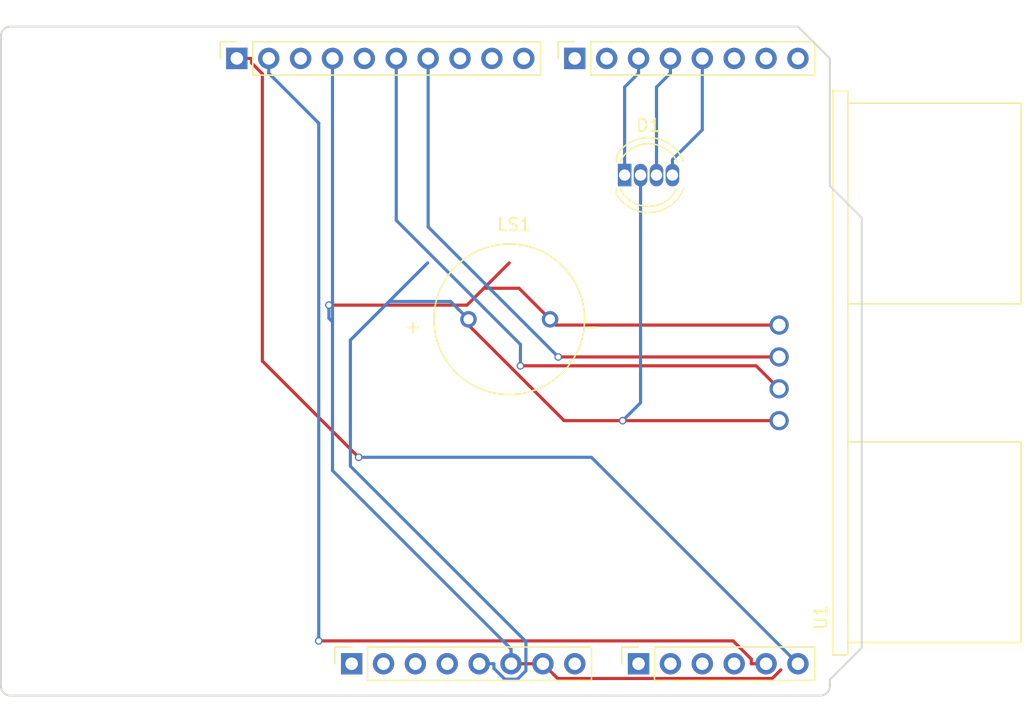
<source format=kicad_pcb>
(kicad_pcb (version 20241229) (generator "pcbnew") (generator_version "9.0")
  (title_block (date "mar. 31 mars 2015"))
  (layers (0 "F.Cu" signal) (2 "B.Cu" signal) (13 "F.Paste" user) (15 "B.Paste" user) (5 "F.SilkS" user "F.Silkscreen") (7 "B.SilkS" user "B.Silkscreen") (1 "F.Mask" user) (3 "B.Mask" user) (25 "Edge.Cuts" user))
  (net 0 "")
  (net 1 "GND")
  (net 3 "+5V")
  (net 4 "/IOREF")
  (net 5 "/A0")
  (net 6 "/A1")
  (net 7 "/A2")
  (net 8 "/A3")
  (net 9 "/SDA{slash}A4")
  (net 10 "/SCL{slash}A5")
  (net 11 "/13")
  (net 12 "/12")
  (net 13 "/AREF")
  (net 14 "/8")
  (net 15 "/7")
  (net 16 "/*11")
  (net 17 "/*10")
  (net 18 "/*9")
  (net 19 "/4")
  (net 20 "/2")
  (net 21 "/*6")
  (net 22 "/*5")
  (net 23 "/TX{slash}1")
  (net 24 "/*3")
  (net 25 "/RX{slash}0")
  (net 26 "+3V3")
  (net 27 "VCC")
  (net 28 "/~{RESET}")
  (footprint "Connector_PinSocket_2.54mm:PinSocket_1x08_P2.54mm_Vertical" (layer "F.Cu") (at 127.94 97.46 90)
    (property "Reference" "J1" (hide yes))
    (property "Value" "Power")
    (fp_line (start 1.33 -1.33) (end 1.33 0) (stroke (width 0.12)) (layer "F.SilkS"))
    (fp_line (start 0 -1.33) (end 1.33 -1.33) (stroke (width 0.12)) (layer "F.SilkS"))
    (fp_line (start 1.33 1.27) (end 1.33 19.11) (stroke (width 0.12)) (layer "F.SilkS"))
    (fp_line (start -1.33 1.27) (end 1.33 1.27) (stroke (width 0.12)) (layer "F.SilkS"))
    (fp_line (start -1.33 1.27) (end -1.33 19.11) (stroke (width 0.12)) (layer "F.SilkS"))
    (fp_line (start -1.33 19.11) (end 1.33 19.11) (stroke (width 0.12)) (layer "F.SilkS"))
    (pad "1" thru_hole rect (at 0 0 90) (size 1.7 1.7) (drill 1) (layers "*.Cu" "*.Mask"))
    (pad "2" thru_hole oval (at 0 2.54 90) (size 1.7 1.7) (drill 1) (layers "*.Cu" "*.Mask") (net 4 "/IOREF"))
    (pad "3" thru_hole oval (at 0 5.08 90) (size 1.7 1.7) (drill 1) (layers "*.Cu" "*.Mask") (net 28 "/~{RESET}"))
    (pad "4" thru_hole oval (at 0 7.62 90) (size 1.7 1.7) (drill 1) (layers "*.Cu" "*.Mask") (net 26 "+3V3"))
    (pad "5" thru_hole oval (at 0 10.16 90) (size 1.7 1.7) (drill 1) (layers "*.Cu" "*.Mask") (net 3 "+5V"))
    (pad "6" thru_hole oval (at 0 12.7 90) (size 1.7 1.7) (drill 1) (layers "*.Cu" "*.Mask") (net 1 "GND"))
    (pad "7" thru_hole oval (at 0 15.24 90) (size 1.7 1.7) (drill 1) (layers "*.Cu" "*.Mask") (net 1 "GND"))
    (pad "8" thru_hole oval (at 0 17.78 90) (size 1.7 1.7) (drill 1) (layers "*.Cu" "*.Mask") (net 27 "VCC"))
  )
  (footprint "Connector_PinSocket_2.54mm:PinSocket_1x06_P2.54mm_Vertical" (layer "F.Cu") (at 150.8 97.46 90)
    (property "Reference" "J3" (hide yes))
    (property "Value" "Analog")
    (fp_line (start 1.33 -1.33) (end 1.33 0) (stroke (width 0.12)) (layer "F.SilkS"))
    (fp_line (start 0 -1.33) (end 1.33 -1.33) (stroke (width 0.12)) (layer "F.SilkS"))
    (fp_line (start 1.33 1.27) (end 1.33 14.03) (stroke (width 0.12)) (layer "F.SilkS"))
    (fp_line (start -1.33 1.27) (end 1.33 1.27) (stroke (width 0.12)) (layer "F.SilkS"))
    (fp_line (start -1.33 1.27) (end -1.33 14.03) (stroke (width 0.12)) (layer "F.SilkS"))
    (fp_line (start -1.33 14.03) (end 1.33 14.03) (stroke (width 0.12)) (layer "F.SilkS"))
    (pad "1" thru_hole rect (at 0 0 90) (size 1.7 1.7) (drill 1) (layers "*.Cu" "*.Mask") (net 5 "/A0"))
    (pad "2" thru_hole oval (at 0 2.54 90) (size 1.7 1.7) (drill 1) (layers "*.Cu" "*.Mask") (net 6 "/A1"))
    (pad "3" thru_hole oval (at 0 5.08 90) (size 1.7 1.7) (drill 1) (layers "*.Cu" "*.Mask") (net 7 "/A2"))
    (pad "4" thru_hole oval (at 0 7.62 90) (size 1.7 1.7) (drill 1) (layers "*.Cu" "*.Mask") (net 8 "/A3"))
    (pad "5" thru_hole oval (at 0 10.16 90) (size 1.7 1.7) (drill 1) (layers "*.Cu" "*.Mask") (net 9 "/SDA{slash}A4"))
    (pad "6" thru_hole oval (at 0 12.7 90) (size 1.7 1.7) (drill 1) (layers "*.Cu" "*.Mask") (net 10 "/SCL{slash}A5"))
  )
  (footprint "Connector_PinSocket_2.54mm:PinSocket_1x10_P2.54mm_Vertical" (layer "F.Cu") (at 118.796 49.2 90)
    (property "Reference" "J2" (hide yes))
    (property "Value" "Digital/PWM")
    (fp_line (start 1.33 -1.33) (end 1.33 0) (stroke (width 0.12)) (layer "F.SilkS"))
    (fp_line (start 0 -1.33) (end 1.33 -1.33) (stroke (width 0.12)) (layer "F.SilkS"))
    (fp_line (start 1.33 1.27) (end 1.33 24.19) (stroke (width 0.12)) (layer "F.SilkS"))
    (fp_line (start -1.33 1.27) (end 1.33 1.27) (stroke (width 0.12)) (layer "F.SilkS"))
    (fp_line (start -1.33 1.27) (end -1.33 24.19) (stroke (width 0.12)) (layer "F.SilkS"))
    (fp_line (start -1.33 24.19) (end 1.33 24.19) (stroke (width 0.12)) (layer "F.SilkS"))
    (pad "1" thru_hole rect (at 0 0 90) (size 1.7 1.7) (drill 1) (layers "*.Cu" "*.Mask") (net 10 "/SCL{slash}A5"))
    (pad "2" thru_hole oval (at 0 2.54 90) (size 1.7 1.7) (drill 1) (layers "*.Cu" "*.Mask") (net 9 "/SDA{slash}A4"))
    (pad "3" thru_hole oval (at 0 5.08 90) (size 1.7 1.7) (drill 1) (layers "*.Cu" "*.Mask") (net 13 "/AREF"))
    (pad "4" thru_hole oval (at 0 7.62 90) (size 1.7 1.7) (drill 1) (layers "*.Cu" "*.Mask") (net 1 "GND"))
    (pad "5" thru_hole oval (at 0 10.16 90) (size 1.7 1.7) (drill 1) (layers "*.Cu" "*.Mask") (net 11 "/13"))
    (pad "6" thru_hole oval (at 0 12.7 90) (size 1.7 1.7) (drill 1) (layers "*.Cu" "*.Mask") (net 12 "/12"))
    (pad "7" thru_hole oval (at 0 15.24 90) (size 1.7 1.7) (drill 1) (layers "*.Cu" "*.Mask") (net 16 "/*11"))
    (pad "8" thru_hole oval (at 0 17.78 90) (size 1.7 1.7) (drill 1) (layers "*.Cu" "*.Mask") (net 17 "/*10"))
    (pad "9" thru_hole oval (at 0 20.32 90) (size 1.7 1.7) (drill 1) (layers "*.Cu" "*.Mask") (net 18 "/*9"))
    (pad "10" thru_hole oval (at 0 22.86 90) (size 1.7 1.7) (drill 1) (layers "*.Cu" "*.Mask") (net 14 "/8"))
  )
  (footprint "Connector_PinSocket_2.54mm:PinSocket_1x08_P2.54mm_Vertical" (layer "F.Cu") (at 145.72 49.2 90)
    (property "Reference" "J4" (hide yes))
    (property "Value" "Digital/PWM")
    (fp_line (start 1.33 -1.33) (end 1.33 0) (stroke (width 0.12)) (layer "F.SilkS"))
    (fp_line (start 0 -1.33) (end 1.33 -1.33) (stroke (width 0.12)) (layer "F.SilkS"))
    (fp_line (start 1.33 1.27) (end 1.33 19.11) (stroke (width 0.12)) (layer "F.SilkS"))
    (fp_line (start -1.33 1.27) (end 1.33 1.27) (stroke (width 0.12)) (layer "F.SilkS"))
    (fp_line (start -1.33 1.27) (end -1.33 19.11) (stroke (width 0.12)) (layer "F.SilkS"))
    (fp_line (start -1.33 19.11) (end 1.33 19.11) (stroke (width 0.12)) (layer "F.SilkS"))
    (pad "1" thru_hole rect (at 0 0 90) (size 1.7 1.7) (drill 1) (layers "*.Cu" "*.Mask") (net 15 "/7"))
    (pad "2" thru_hole oval (at 0 2.54 90) (size 1.7 1.7) (drill 1) (layers "*.Cu" "*.Mask") (net 21 "/*6"))
    (pad "3" thru_hole oval (at 0 5.08 90) (size 1.7 1.7) (drill 1) (layers "*.Cu" "*.Mask") (net 22 "/*5"))
    (pad "4" thru_hole oval (at 0 7.62 90) (size 1.7 1.7) (drill 1) (layers "*.Cu" "*.Mask") (net 19 "/4"))
    (pad "5" thru_hole oval (at 0 10.16 90) (size 1.7 1.7) (drill 1) (layers "*.Cu" "*.Mask") (net 24 "/*3"))
    (pad "6" thru_hole oval (at 0 12.7 90) (size 1.7 1.7) (drill 1) (layers "*.Cu" "*.Mask") (net 20 "/2"))
    (pad "7" thru_hole oval (at 0 15.24 90) (size 1.7 1.7) (drill 1) (layers "*.Cu" "*.Mask") (net 23 "/TX{slash}1"))
    (pad "8" thru_hole oval (at 0 17.78 90) (size 1.7 1.7) (drill 1) (layers "*.Cu" "*.Mask") (net 25 "/RX{slash}0"))
  )
  (footprint "HC-SR04:XCVR_HC-SR04" (layer "F.Cu") (at 162 74.27 90)
    (property "Reference" "U1" (at -19.48505 3.31671 90) (layer "F.SilkS") (effects (font (size 1.00052 1.00052))))
    (property "Value" "HC-SR04")
    (fp_line (start 22.5 4.27) (end 22.5 5.47) (stroke (width 0.127)) (layer "F.SilkS"))
    (fp_line (start -22.5 4.27) (end 22.5 4.27) (stroke (width 0.127)) (layer "F.SilkS"))
    (fp_line (start 22.5 5.47) (end 21.5 5.47) (stroke (width 0.127)) (layer "F.SilkS"))
    (fp_line (start 21.5 5.47) (end 5.5 5.47) (stroke (width 0.127)) (layer "F.SilkS"))
    (fp_line (start 21.5 5.47) (end 21.5 19.27) (stroke (width 0.127)) (layer "F.SilkS"))
    (fp_line (start 5.5 5.47) (end -5.5 5.47) (stroke (width 0.127)) (layer "F.SilkS"))
    (fp_line (start 5.5 5.47) (end 5.5 19.27) (stroke (width 0.127)) (layer "F.SilkS"))
    (fp_line (start -5.5 5.47) (end -21.5 5.47) (stroke (width 0.127)) (layer "F.SilkS"))
    (fp_line (start -5.5 5.47) (end -5.5 19.27) (stroke (width 0.127)) (layer "F.SilkS"))
    (fp_line (start -21.5 5.47) (end -22.5 5.47) (stroke (width 0.127)) (layer "F.SilkS"))
    (fp_line (start -21.5 5.47) (end -21.5 19.27) (stroke (width 0.127)) (layer "F.SilkS"))
    (fp_line (start -22.5 5.47) (end -22.5 4.27) (stroke (width 0.127)) (layer "F.SilkS"))
    (fp_line (start 5.5 19.27) (end 21.5 19.27) (stroke (width 0.127)) (layer "F.SilkS"))
    (fp_line (start -21.5 19.27) (end -5.5 19.27) (stroke (width 0.127)) (layer "F.SilkS"))
    (pad "1" thru_hole circle (at -3.81 0 90) (size 1.53 1.53) (drill 1.02) (layers "*.Cu" "*.Mask") (net 3 "+5V"))
    (pad "2" thru_hole circle (at -1.27 0 90) (size 1.53 1.53) (drill 1.02) (layers "*.Cu" "*.Mask") (net 12 "/12"))
    (pad "3" thru_hole circle (at 1.27 0 90) (size 1.53 1.53) (drill 1.02) (layers "*.Cu" "*.Mask") (net 16 "/*11"))
    (pad "4" thru_hole circle (at 3.81 0 90) (size 1.53 1.53) (drill 1.02) (layers "*.Cu" "*.Mask") (net 1 "GND"))
  )
  (footprint "CEM_1203_42_:CEM-1203_42_" (layer "F.Cu") (at 140.5 70)
    (property "Reference" "LS1" (at 0.375515 -7.545125 0) (layer "F.SilkS") (effects (font (size 1.001346 1.001346))))
    (property "Value" "CEM-1203_42_")
    (fp_circle (center 0 0) (end 6 0) (stroke (width 0.127)) (fill no) (layer "F.SilkS"))
    (fp_text user "-" (at 6.60768 0.570897 0) (layer "F.SilkS") (effects (font (size 1.001567 1.001567))))
    (fp_text user "+" (at -7.65527 0.571142 0) (layer "F.SilkS") (effects (font (size 1.002 1.002))))
    (pad "N" thru_hole circle (at 3.25 0) (size 1.308 1.308) (drill 0.8) (layers "*.Cu" "*.Mask") (net 1 "GND"))
    (pad "P" thru_hole circle (at -3.25 0) (size 1.308 1.308) (drill 0.8) (layers "*.Cu" "*.Mask") (net 3 "+5V"))
  )
  (footprint "LED_THT:LED_D5.0mm-4_RGB" (layer "F.Cu") (at 149.69 58.5)
    (property "Reference" "D1" (at 1.905 -3.96 0) (layer "F.SilkS"))
    (property "Value" "LED_RAGB")
    (fp_line (start -0.655 -1.545) (end -0.655 -1.08) (stroke (width 0.12)) (layer "F.SilkS"))
    (fp_line (start -0.655 1.08) (end -0.655 1.545) (stroke (width 0.12)) (layer "F.SilkS"))
    (fp_arc (start -0.655 -1.54483) (mid 2.163858 -2.978774) (end 4.693107 -1.080075) (stroke (width 0.12)) (layer "F.SilkS"))
    (fp_arc (start -0.349684 -1.08) (mid 1.904967 -2.5) (end 4.159656 -1.080059) (stroke (width 0.12)) (layer "F.SilkS"))
    (fp_arc (start 4.159656 1.080059) (mid 1.904967 2.5) (end -0.349684 1.08) (stroke (width 0.12)) (layer "F.SilkS"))
    (fp_arc (start 4.693107 1.080075) (mid 2.163858 2.978774) (end -0.655 1.54483) (stroke (width 0.12)) (layer "F.SilkS"))
    (pad "1" thru_hole rect (at 0 0) (size 1.07 1.8) (drill 0.9) (layers "*.Cu" "*.Mask") (net 22 "/*5"))
    (pad "2" thru_hole oval (at 1.27 0) (size 1.07 1.8) (drill 0.9) (layers "*.Cu" "*.Mask") (net 3 "+5V"))
    (pad "3" thru_hole oval (at 2.54 0) (size 1.07 1.8) (drill 0.9) (layers "*.Cu" "*.Mask") (net 19 "/4"))
    (pad "4" thru_hole oval (at 3.81 0) (size 1.07 1.8) (drill 0.9) (layers "*.Cu" "*.Mask") (net 24 "/*3"))
  )
  (gr_line (start 166.04 59.36) (end 168.58 61.9) (stroke (width 0.15)) (layer "Edge.Cuts"))
  (gr_line (start 100 99.238) (end 100 47.422) (stroke (width 0.15)) (layer "Edge.Cuts"))
  (gr_line (start 168.58 61.9) (end 168.58 96.19) (stroke (width 0.15)) (layer "Edge.Cuts"))
  (gr_line (start 165.278 100) (end 100.762 100) (stroke (width 0.15)) (layer "Edge.Cuts"))
  (gr_line (start 100.762 46.66) (end 163.5 46.66) (stroke (width 0.15)) (layer "Edge.Cuts"))
  (gr_arc (start 100.762 100) (mid 100.223185 99.776815) (end 100 99.238) (stroke (width 0.15)) (layer "Edge.Cuts"))
  (gr_line (start 168.58 96.19) (end 166.04 98.73) (stroke (width 0.15)) (layer "Edge.Cuts"))
  (gr_line (start 163.5 46.66) (end 166.04 49.2) (stroke (width 0.15)) (layer "Edge.Cuts"))
  (gr_arc (start 166.04 99.238) (mid 165.816815 99.776815) (end 165.278 100) (stroke (width 0.15)) (layer "Edge.Cuts"))
  (gr_line (start 166.04 49.2) (end 166.04 59.36) (stroke (width 0.15)) (layer "Edge.Cuts"))
  (gr_line (start 166.04 98.73) (end 166.04 99.238) (stroke (width 0.15)) (layer "Edge.Cuts"))
  (gr_arc (start 100 47.422) (mid 100.223185 46.883185) (end 100.762 46.66) (stroke (width 0.15)) (layer "Edge.Cuts"))
  (segment (start 138.662 67.5219) (end 138.57 67.43) (width 0.25) (layer "F.Cu") (net 1))
  (segment (start 138.662 67.522) (end 138.662 67.5219) (width 0.25) (layer "F.Cu") (net 1))
  (segment (start 144.21 70.46) (end 143.75 70) (width 0.25) (layer "F.Cu") (net 1))
  (segment (start 143.18 97.46) (end 144.356 98.636) (width 0.25) (layer "F.Cu") (net 1))
  (segment (start 161.447 98.636) (end 162.136 97.9471) (width 0.25) (layer "F.Cu") (net 1))
  (segment (start 143.18 97.46) (end 140.64 97.46) (width 0.25) (layer "F.Cu") (net 1))
  (segment (start 138.57 67.43) (end 140.5 65.5) (width 0.25) (layer "F.Cu") (net 1))
  (segment (start 162 70.46) (end 144.21 70.46) (width 0.25) (layer "F.Cu") (net 1))
  (segment (start 144.356 98.636) (end 161.447 98.636) (width 0.25) (layer "F.Cu") (net 1))
  (segment (start 141.272 67.522) (end 138.662 67.522) (width 0.25) (layer "F.Cu") (net 1))
  (segment (start 126.129 68.8677) (end 137.132 68.8677) (width 0.25) (layer "F.Cu") (net 1))
  (segment (start 137.132 68.8677) (end 138.57 67.43) (width 0.25) (layer "F.Cu") (net 1))
  (segment (start 143.75 70) (end 141.272 67.522) (width 0.25) (layer "F.Cu") (net 1))
  (via (at 126.129 68.8677) (size 0.6) (drill 0.4) (layers "F.Cu" "B.Cu") (net 1))
  (segment (start 140.64 96.2833) (end 140.64 97.46) (width 0.25) (layer "B.Cu") (net 1))
  (segment (start 126.129 69.9154) (end 126.129 68.8677) (width 0.25) (layer "B.Cu") (net 1))
  (segment (start 126.416 70.2021) (end 126.416 82.0593) (width 0.25) (layer "B.Cu") (net 1))
  (segment (start 126.416 70.2021) (end 126.129 69.9154) (width 0.25) (layer "B.Cu") (net 1))
  (segment (start 126.416 82.0593) (end 140.64 96.2833) (width 0.25) (layer "B.Cu") (net 1))
  (segment (start 126.416 49.2) (end 126.416 70.2021) (width 0.25) (layer "B.Cu") (net 1))
  (segment (start 144.873 78.08) (end 149.5321 78.08) (width 0.25) (layer "F.Cu") (net 3))
  (segment (start 137.25 70) (end 137.25 70.4567) (width 0.25) (layer "F.Cu") (net 3))
  (segment (start 137.25 70.4567) (end 144.873 78.08) (width 0.25) (layer "F.Cu") (net 3))
  (segment (start 149.5321 78.08) (end 162 78.08) (width 0.25) (layer "F.Cu") (net 3))
  (via (at 149.5321 78.08) (size 0.6) (drill 0.4) (layers "F.Cu" "B.Cu") (net 3))
  (segment (start 127.841 81.7066) (end 127.841 71.6591) (width 0.25) (layer "B.Cu") (net 3))
  (segment (start 139.277 97.46) (end 139.277 97.8277) (width 0.25) (layer "B.Cu") (net 3))
  (segment (start 130.92 68.5795) (end 135.83 68.5795) (width 0.25) (layer "B.Cu") (net 3))
  (segment (start 141.154 98.6926) (end 141.826 98.0207) (width 0.25) (layer "B.Cu") (net 3))
  (segment (start 140.142 98.6926) (end 141.154 98.6926) (width 0.25) (layer "B.Cu") (net 3))
  (segment (start 141.826 95.6915) (end 127.841 81.7066) (width 0.25) (layer "B.Cu") (net 3))
  (segment (start 139.277 97.8277) (end 140.142 98.6926) (width 0.25) (layer "B.Cu") (net 3))
  (segment (start 127.841 71.6591) (end 130.92 68.5795) (width 0.25) (layer "B.Cu") (net 3))
  (segment (start 135.83 68.5795) (end 137.25 70) (width 0.25) (layer "B.Cu") (net 3))
  (segment (start 150.96 76.6521) (end 149.5321 78.08) (width 0.25) (layer "B.Cu") (net 3))
  (segment (start 130.92 68.5795) (end 134 65.5) (width 0.25) (layer "B.Cu") (net 3))
  (segment (start 138.1 97.46) (end 139.277 97.46) (width 0.25) (layer "B.Cu") (net 3))
  (segment (start 150.96 58.5) (end 150.96 76.6521) (width 0.25) (layer "B.Cu") (net 3))
  (segment (start 141.826 98.0207) (end 141.826 95.6915) (width 0.25) (layer "B.Cu") (net 3))
  (segment (start 160.96 97.46) (end 159.783 97.46) (width 0.25) (layer "F.Cu") (net 9))
  (segment (start 159.783 97.46) (end 159.783 97.0923) (width 0.25) (layer "F.Cu") (net 9))
  (segment (start 159.783 97.0923) (end 158.329 95.6382) (width 0.25) (layer "F.Cu") (net 9))
  (segment (start 158.329 95.6382) (end 125.319 95.6382) (width 0.25) (layer "F.Cu") (net 9))
  (via (at 125.319 95.6382) (size 0.6) (drill 0.4) (layers "F.Cu" "B.Cu") (net 9))
  (segment (start 125.319 95.6382) (end 125.319 54.36) (width 0.25) (layer "B.Cu") (net 9))
  (segment (start 125.319 54.36) (end 121.336 50.3767) (width 0.25) (layer "B.Cu") (net 9))
  (segment (start 121.336 50.3767) (end 121.336 49.2) (width 0.25) (layer "B.Cu") (net 9))
  (segment (start 119.973 49.5677) (end 119.973 49.2) (width 0.25) (layer "F.Cu") (net 10))
  (segment (start 120.827 50.4218) (end 119.973 49.5677) (width 0.25) (layer "F.Cu") (net 10))
  (segment (start 128.5 81) (end 120.827 73.3268) (width 0.25) (layer "F.Cu") (net 10))
  (segment (start 119.973 49.2) (end 118.796 49.2) (width 0.25) (layer "F.Cu") (net 10))
  (segment (start 120.827 73.3268) (end 120.827 50.4218) (width 0.25) (layer "F.Cu") (net 10))
  (via (at 128.5 81) (size 0.6) (drill 0.4) (layers "F.Cu" "B.Cu") (net 10))
  (segment (start 147.04 81) (end 163.5 97.46) (width 0.25) (layer "B.Cu") (net 10))
  (segment (start 128.5 81) (end 147.04 81) (width 0.25) (layer "B.Cu") (net 10))
  (segment (start 141.388 73.7085) (end 160.168 73.7085) (width 0.25) (layer "F.Cu") (net 12))
  (segment (start 160.168 73.7085) (end 162 75.54) (width 0.25) (layer "F.Cu") (net 12))
  (via (at 141.388 73.7085) (size 0.6) (drill 0.4) (layers "F.Cu" "B.Cu") (net 12))
  (segment (start 131.496 62.108) (end 141.388 72) (width 0.25) (layer "B.Cu") (net 12))
  (segment (start 141.388 72) (end 141.388 73.7085) (width 0.25) (layer "B.Cu") (net 12))
  (segment (start 131.496 49.2) (end 131.496 62.108) (width 0.25) (layer "B.Cu") (net 12))
  (segment (start 162 73) (end 144.402 73) (width 0.25) (layer "F.Cu") (net 16))
  (via (at 144.402 73) (size 0.6) (drill 0.4) (layers "F.Cu" "B.Cu") (net 16))
  (segment (start 134.036 62.6336) (end 134.036 49.2) (width 0.25) (layer "B.Cu") (net 16))
  (segment (start 144.402 73) (end 134.036 62.6336) (width 0.25) (layer "B.Cu") (net 16))
  (segment (start 153.34 49.2) (end 153.34 50.3767) (width 0.25) (layer "B.Cu") (net 19))
  (segment (start 153.34 50.3767) (end 152.23 51.4867) (width 0.25) (layer "B.Cu") (net 19))
  (segment (start 152.23 51.4867) (end 152.23 58.5) (width 0.25) (layer "B.Cu") (net 19))
  (segment (start 150.8 49.2) (end 150.8 50.3767) (width 0.25) (layer "B.Cu") (net 22))
  (segment (start 149.69 51.4867) (end 149.69 58.5) (width 0.25) (layer "B.Cu") (net 22))
  (segment (start 150.8 50.3767) (end 149.69 51.4867) (width 0.25) (layer "B.Cu") (net 22))
  (segment (start 155.88 54.8933) (end 153.5 57.2733) (width 0.25) (layer "B.Cu") (net 24))
  (segment (start 153.5 58.5) (end 153.5 57.2733) (width 0.25) (layer "B.Cu") (net 24))
  (segment (start 155.88 49.2) (end 155.88 54.8933) (width 0.25) (layer "B.Cu") (net 24))
)
</source>
